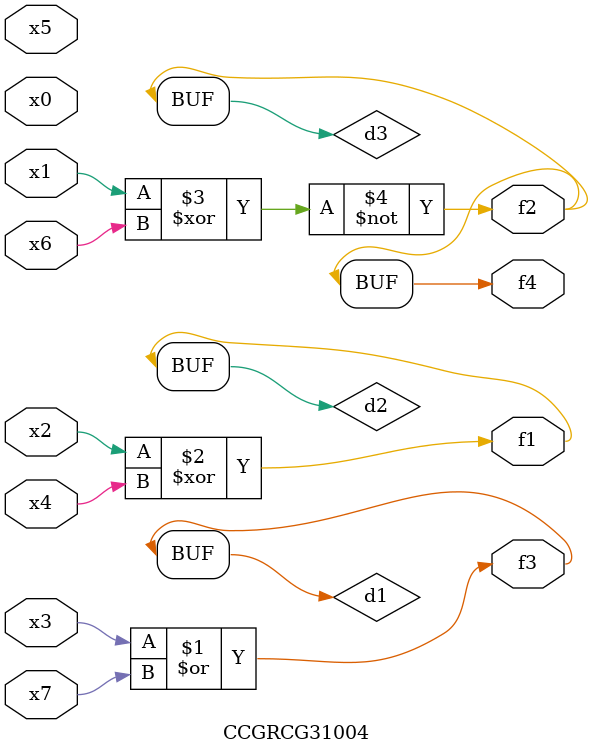
<source format=v>
module CCGRCG31004(
	input x0, x1, x2, x3, x4, x5, x6, x7,
	output f1, f2, f3, f4
);

	wire d1, d2, d3;

	or (d1, x3, x7);
	xor (d2, x2, x4);
	xnor (d3, x1, x6);
	assign f1 = d2;
	assign f2 = d3;
	assign f3 = d1;
	assign f4 = d3;
endmodule

</source>
